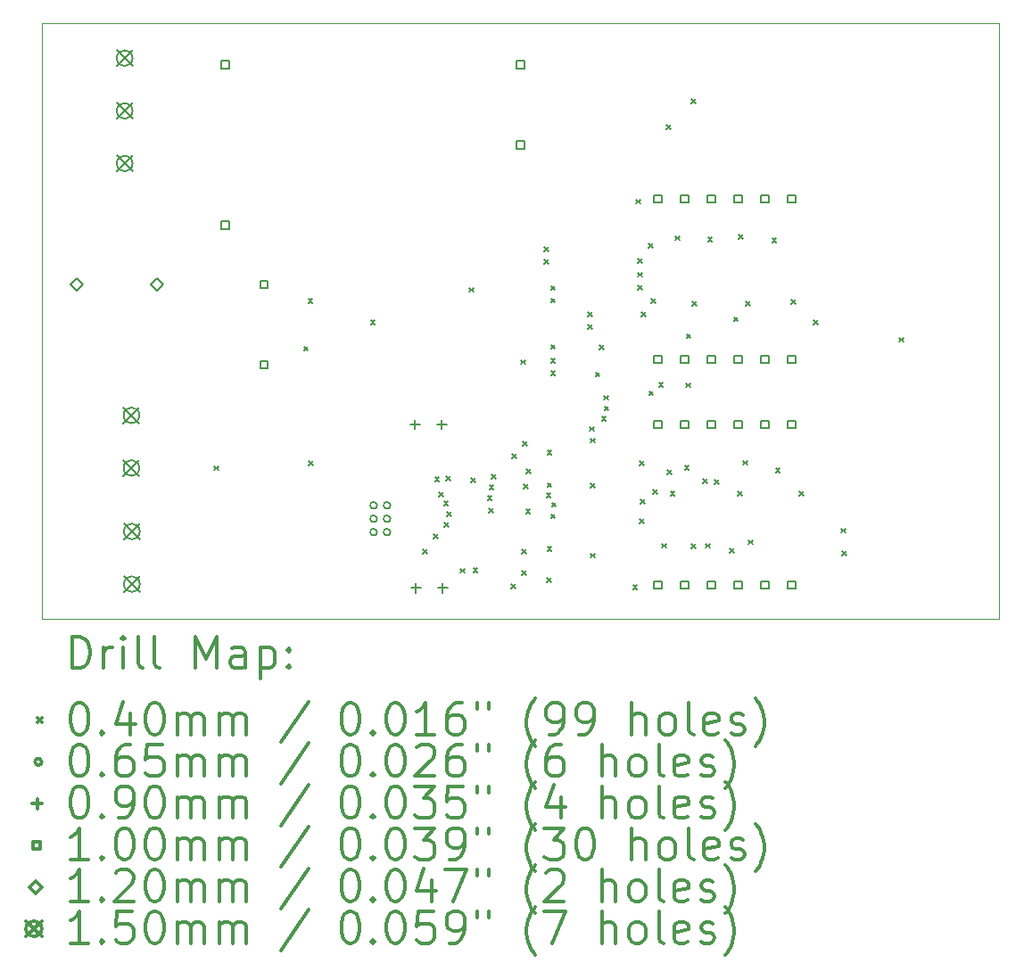
<source format=gbr>
%FSLAX45Y45*%
G04 Gerber Fmt 4.5, Leading zero omitted, Abs format (unit mm)*
G04 Created by KiCad (PCBNEW (5.1.5)-3) date 2023-05-28 15:04:28*
%MOMM*%
%LPD*%
G04 APERTURE LIST*
%TA.AperFunction,Profile*%
%ADD10C,0.100000*%
%TD*%
%ADD11C,0.200000*%
%ADD12C,0.300000*%
G04 APERTURE END LIST*
D10*
X12509500Y8572500D02*
X12509500Y2921000D01*
X3429000Y8572500D02*
X12509500Y8572500D01*
X3429000Y2921000D02*
X3429000Y8572500D01*
X12509500Y2921000D02*
X3429000Y2921000D01*
D11*
X5061270Y4369750D02*
X5101270Y4329750D01*
X5101270Y4369750D02*
X5061270Y4329750D01*
X5911000Y5504000D02*
X5951000Y5464000D01*
X5951000Y5504000D02*
X5911000Y5464000D01*
X5954000Y5955000D02*
X5994000Y5915000D01*
X5994000Y5955000D02*
X5954000Y5915000D01*
X5958000Y4418000D02*
X5998000Y4378000D01*
X5998000Y4418000D02*
X5958000Y4378000D01*
X6547000Y5753000D02*
X6587000Y5713000D01*
X6587000Y5753000D02*
X6547000Y5713000D01*
X7044000Y3580500D02*
X7084000Y3540500D01*
X7084000Y3580500D02*
X7044000Y3540500D01*
X7141373Y3718990D02*
X7181373Y3678990D01*
X7181373Y3718990D02*
X7141373Y3678990D01*
X7156001Y4266256D02*
X7196001Y4226256D01*
X7196001Y4266256D02*
X7156001Y4226256D01*
X7195231Y4121390D02*
X7235231Y4081390D01*
X7235231Y4121390D02*
X7195231Y4081390D01*
X7242000Y4033000D02*
X7282000Y3993000D01*
X7282000Y4033000D02*
X7242000Y3993000D01*
X7247000Y3830000D02*
X7287000Y3790000D01*
X7287000Y3830000D02*
X7247000Y3790000D01*
X7260513Y4273981D02*
X7300513Y4233981D01*
X7300513Y4273981D02*
X7260513Y4233981D01*
X7270000Y3936000D02*
X7310000Y3896000D01*
X7310000Y3936000D02*
X7270000Y3896000D01*
X7394456Y3394956D02*
X7434456Y3354956D01*
X7434456Y3394956D02*
X7394456Y3354956D01*
X7482000Y6062000D02*
X7522000Y6022000D01*
X7522000Y6062000D02*
X7482000Y6022000D01*
X7498956Y4253044D02*
X7538956Y4213044D01*
X7538956Y4253044D02*
X7498956Y4213044D01*
X7520000Y3397000D02*
X7560000Y3357000D01*
X7560000Y3397000D02*
X7520000Y3357000D01*
X7654725Y4087370D02*
X7694725Y4047370D01*
X7694725Y4087370D02*
X7654725Y4047370D01*
X7666000Y3968000D02*
X7706000Y3928000D01*
X7706000Y3968000D02*
X7666000Y3928000D01*
X7673638Y4185567D02*
X7713638Y4145567D01*
X7713638Y4185567D02*
X7673638Y4145567D01*
X7694000Y4288989D02*
X7734000Y4248989D01*
X7734000Y4288989D02*
X7694000Y4248989D01*
X7883000Y3249499D02*
X7923000Y3209499D01*
X7923000Y3249499D02*
X7883000Y3209499D01*
X7887000Y4484500D02*
X7927000Y4444500D01*
X7927000Y4484500D02*
X7887000Y4444500D01*
X7973610Y5376000D02*
X8013610Y5336000D01*
X8013610Y5376000D02*
X7973610Y5336000D01*
X7980000Y3575000D02*
X8020000Y3535000D01*
X8020000Y3575000D02*
X7980000Y3535000D01*
X7981498Y3371459D02*
X8021498Y3331459D01*
X8021498Y3371459D02*
X7981498Y3331459D01*
X7992430Y4604700D02*
X8032430Y4564700D01*
X8032430Y4604700D02*
X7992430Y4564700D01*
X8000302Y4194498D02*
X8040302Y4154498D01*
X8040302Y4194498D02*
X8000302Y4154498D01*
X8019000Y3960000D02*
X8059000Y3920000D01*
X8059000Y3960000D02*
X8019000Y3920000D01*
X8027000Y4339499D02*
X8067000Y4299499D01*
X8067000Y4339499D02*
X8027000Y4299499D01*
X8194000Y6328000D02*
X8234000Y6288000D01*
X8234000Y6328000D02*
X8194000Y6288000D01*
X8195000Y6446000D02*
X8235000Y6406000D01*
X8235000Y6446000D02*
X8195000Y6406000D01*
X8214145Y4109376D02*
X8254145Y4069376D01*
X8254145Y4109376D02*
X8214145Y4069376D01*
X8218490Y3309300D02*
X8258490Y3269300D01*
X8258490Y3309300D02*
X8218490Y3269300D01*
X8222000Y4209068D02*
X8262000Y4169068D01*
X8262000Y4209068D02*
X8222000Y4169068D01*
X8222301Y4514531D02*
X8262301Y4474531D01*
X8262301Y4514531D02*
X8222301Y4474531D01*
X8224000Y3599987D02*
X8264000Y3559987D01*
X8264000Y3599987D02*
X8224000Y3559987D01*
X8256500Y6080000D02*
X8296500Y6040000D01*
X8296500Y6080000D02*
X8256500Y6040000D01*
X8256500Y5961000D02*
X8296500Y5921000D01*
X8296500Y5961000D02*
X8256500Y5921000D01*
X8256500Y5520000D02*
X8296500Y5480000D01*
X8296500Y5520000D02*
X8256500Y5480000D01*
X8256500Y5389000D02*
X8296500Y5349000D01*
X8296500Y5389000D02*
X8256500Y5349000D01*
X8256500Y5273000D02*
X8296500Y5233000D01*
X8296500Y5273000D02*
X8256500Y5233000D01*
X8258000Y3913000D02*
X8298000Y3873000D01*
X8298000Y3913000D02*
X8258000Y3873000D01*
X8264376Y4022905D02*
X8304376Y3982905D01*
X8304376Y4022905D02*
X8264376Y3982905D01*
X8605984Y5712515D02*
X8645984Y5672515D01*
X8645984Y5712515D02*
X8605984Y5672515D01*
X8607499Y5829000D02*
X8647499Y5789000D01*
X8647499Y5829000D02*
X8607499Y5789000D01*
X8624890Y4741860D02*
X8664890Y4701860D01*
X8664890Y4741860D02*
X8624890Y4701860D01*
X8631000Y4207000D02*
X8671000Y4167000D01*
X8671000Y4207000D02*
X8631000Y4167000D01*
X8633000Y3540000D02*
X8673000Y3500000D01*
X8673000Y3540000D02*
X8633000Y3500000D01*
X8633434Y4632444D02*
X8673434Y4592444D01*
X8673434Y4632444D02*
X8633434Y4592444D01*
X8680770Y5257641D02*
X8720770Y5217641D01*
X8720770Y5257641D02*
X8680770Y5217641D01*
X8716000Y5519000D02*
X8756000Y5479000D01*
X8756000Y5519000D02*
X8716000Y5479000D01*
X8738532Y4841031D02*
X8778532Y4801031D01*
X8778532Y4841031D02*
X8738532Y4801031D01*
X8758240Y5039040D02*
X8798240Y4999040D01*
X8798240Y5039040D02*
X8758240Y4999040D01*
X8764930Y4937485D02*
X8804930Y4897485D01*
X8804930Y4937485D02*
X8764930Y4897485D01*
X9036370Y3236910D02*
X9076370Y3196910D01*
X9076370Y3236910D02*
X9036370Y3196910D01*
X9064000Y6900000D02*
X9104000Y6860000D01*
X9104000Y6900000D02*
X9064000Y6860000D01*
X9081000Y6335000D02*
X9121000Y6295000D01*
X9121000Y6335000D02*
X9081000Y6295000D01*
X9084000Y6207000D02*
X9124000Y6167000D01*
X9124000Y6207000D02*
X9084000Y6167000D01*
X9084000Y6082000D02*
X9124000Y6042000D01*
X9124000Y6082000D02*
X9084000Y6042000D01*
X9097330Y3863154D02*
X9137330Y3823154D01*
X9137330Y3863154D02*
X9097330Y3823154D01*
X9099163Y4415724D02*
X9139163Y4375724D01*
X9139163Y4415724D02*
X9099163Y4375724D01*
X9109944Y4053156D02*
X9149944Y4013156D01*
X9149944Y4053156D02*
X9109944Y4013156D01*
X9116388Y5831612D02*
X9156388Y5791612D01*
X9156388Y5831612D02*
X9116388Y5791612D01*
X9186000Y6480000D02*
X9226000Y6440000D01*
X9226000Y6480000D02*
X9186000Y6440000D01*
X9188775Y5079675D02*
X9228775Y5039675D01*
X9228775Y5079675D02*
X9188775Y5039675D01*
X9207000Y5957000D02*
X9247000Y5917000D01*
X9247000Y5957000D02*
X9207000Y5917000D01*
X9228084Y4144849D02*
X9268084Y4104849D01*
X9268084Y4144849D02*
X9228084Y4104849D01*
X9282235Y5161765D02*
X9322235Y5121765D01*
X9322235Y5161765D02*
X9282235Y5121765D01*
X9314000Y3632000D02*
X9354000Y3592000D01*
X9354000Y3632000D02*
X9314000Y3592000D01*
X9352000Y7607000D02*
X9392000Y7567000D01*
X9392000Y7607000D02*
X9352000Y7567000D01*
X9364030Y4329110D02*
X9404030Y4289110D01*
X9404030Y4329110D02*
X9364030Y4289110D01*
X9390353Y4130879D02*
X9430353Y4090879D01*
X9430353Y4130879D02*
X9390353Y4090879D01*
X9439000Y6552500D02*
X9479000Y6512500D01*
X9479000Y6552500D02*
X9439000Y6512500D01*
X9527860Y4376100D02*
X9567860Y4336100D01*
X9567860Y4376100D02*
X9527860Y4336100D01*
X9540000Y5157000D02*
X9580000Y5117000D01*
X9580000Y5157000D02*
X9540000Y5117000D01*
X9543396Y5622604D02*
X9583396Y5582604D01*
X9583396Y5622604D02*
X9543396Y5582604D01*
X9589000Y7851500D02*
X9629000Y7811500D01*
X9629000Y7851500D02*
X9589000Y7811500D01*
X9590090Y3630000D02*
X9630090Y3590000D01*
X9630090Y3630000D02*
X9590090Y3590000D01*
X9596690Y5928690D02*
X9636690Y5888690D01*
X9636690Y5928690D02*
X9596690Y5888690D01*
X9699310Y4246560D02*
X9739310Y4206560D01*
X9739310Y4246560D02*
X9699310Y4206560D01*
X9723000Y3632000D02*
X9763000Y3592000D01*
X9763000Y3632000D02*
X9723000Y3592000D01*
X9747000Y6538000D02*
X9787000Y6498000D01*
X9787000Y6538000D02*
X9747000Y6498000D01*
X9813360Y4239810D02*
X9853360Y4199810D01*
X9853360Y4239810D02*
X9813360Y4199810D01*
X9954000Y3587500D02*
X9994000Y3547500D01*
X9994000Y3587500D02*
X9954000Y3547500D01*
X9993686Y5783500D02*
X10033686Y5743500D01*
X10033686Y5783500D02*
X9993686Y5743500D01*
X10033320Y4127180D02*
X10073320Y4087180D01*
X10073320Y4127180D02*
X10033320Y4087180D01*
X10041000Y6566000D02*
X10081000Y6526000D01*
X10081000Y6566000D02*
X10041000Y6526000D01*
X10084120Y4420550D02*
X10124120Y4380550D01*
X10124120Y4420550D02*
X10084120Y4380550D01*
X10104000Y5928500D02*
X10144000Y5888500D01*
X10144000Y5928500D02*
X10104000Y5888500D01*
X10131766Y3666766D02*
X10171766Y3626766D01*
X10171766Y3666766D02*
X10131766Y3626766D01*
X10357000Y6530000D02*
X10397000Y6490000D01*
X10397000Y6530000D02*
X10357000Y6490000D01*
X10390190Y4350700D02*
X10430190Y4310700D01*
X10430190Y4350700D02*
X10390190Y4310700D01*
X10537000Y5946000D02*
X10577000Y5906000D01*
X10577000Y5946000D02*
X10537000Y5906000D01*
X10617520Y4129720D02*
X10657520Y4089720D01*
X10657520Y4129720D02*
X10617520Y4089720D01*
X10749000Y5755000D02*
X10789000Y5715000D01*
X10789000Y5755000D02*
X10749000Y5715000D01*
X11015000Y3777000D02*
X11055000Y3737000D01*
X11055000Y3777000D02*
X11015000Y3737000D01*
X11022910Y3561090D02*
X11062910Y3521090D01*
X11062910Y3561090D02*
X11022910Y3521090D01*
X11563000Y5589000D02*
X11603000Y5549000D01*
X11603000Y5589000D02*
X11563000Y5549000D01*
X6606020Y3995420D02*
G75*
G03X6606020Y3995420I-32500J0D01*
G01*
X6606020Y3868420D02*
G75*
G03X6606020Y3868420I-32500J0D01*
G01*
X6606020Y3741420D02*
G75*
G03X6606020Y3741420I-32500J0D01*
G01*
X6733020Y3995420D02*
G75*
G03X6733020Y3995420I-32500J0D01*
G01*
X6733020Y3868420D02*
G75*
G03X6733020Y3868420I-32500J0D01*
G01*
X6733020Y3741420D02*
G75*
G03X6733020Y3741420I-32500J0D01*
G01*
X6967220Y4807500D02*
X6967220Y4717500D01*
X6922220Y4762500D02*
X7012220Y4762500D01*
X7221220Y4807500D02*
X7221220Y4717500D01*
X7176220Y4762500D02*
X7266220Y4762500D01*
X6976110Y3256830D02*
X6976110Y3166830D01*
X6931110Y3211830D02*
X7021110Y3211830D01*
X7230110Y3256830D02*
X7230110Y3166830D01*
X7185110Y3211830D02*
X7275110Y3211830D01*
X9306356Y6872174D02*
X9306356Y6942886D01*
X9235644Y6942886D01*
X9235644Y6872174D01*
X9306356Y6872174D01*
X9306356Y5348174D02*
X9306356Y5418886D01*
X9235644Y5418886D01*
X9235644Y5348174D01*
X9306356Y5348174D01*
X9560356Y6872174D02*
X9560356Y6942886D01*
X9489644Y6942886D01*
X9489644Y6872174D01*
X9560356Y6872174D01*
X9560356Y5348174D02*
X9560356Y5418886D01*
X9489644Y5418886D01*
X9489644Y5348174D01*
X9560356Y5348174D01*
X9814356Y6872174D02*
X9814356Y6942886D01*
X9743644Y6942886D01*
X9743644Y6872174D01*
X9814356Y6872174D01*
X9814356Y5348174D02*
X9814356Y5418886D01*
X9743644Y5418886D01*
X9743644Y5348174D01*
X9814356Y5348174D01*
X10068356Y6872174D02*
X10068356Y6942886D01*
X9997644Y6942886D01*
X9997644Y6872174D01*
X10068356Y6872174D01*
X10068356Y5348174D02*
X10068356Y5418886D01*
X9997644Y5418886D01*
X9997644Y5348174D01*
X10068356Y5348174D01*
X10322356Y6872174D02*
X10322356Y6942886D01*
X10251644Y6942886D01*
X10251644Y6872174D01*
X10322356Y6872174D01*
X10322356Y5348174D02*
X10322356Y5418886D01*
X10251644Y5418886D01*
X10251644Y5348174D01*
X10322356Y5348174D01*
X10576356Y6872174D02*
X10576356Y6942886D01*
X10505644Y6942886D01*
X10505644Y6872174D01*
X10576356Y6872174D01*
X10576356Y5348174D02*
X10576356Y5418886D01*
X10505644Y5418886D01*
X10505644Y5348174D01*
X10576356Y5348174D01*
X9306356Y4728414D02*
X9306356Y4799126D01*
X9235644Y4799126D01*
X9235644Y4728414D01*
X9306356Y4728414D01*
X9306356Y3204414D02*
X9306356Y3275126D01*
X9235644Y3275126D01*
X9235644Y3204414D01*
X9306356Y3204414D01*
X9560356Y4728414D02*
X9560356Y4799126D01*
X9489644Y4799126D01*
X9489644Y4728414D01*
X9560356Y4728414D01*
X9560356Y3204414D02*
X9560356Y3275126D01*
X9489644Y3275126D01*
X9489644Y3204414D01*
X9560356Y3204414D01*
X9814356Y4728414D02*
X9814356Y4799126D01*
X9743644Y4799126D01*
X9743644Y4728414D01*
X9814356Y4728414D01*
X9814356Y3204414D02*
X9814356Y3275126D01*
X9743644Y3275126D01*
X9743644Y3204414D01*
X9814356Y3204414D01*
X10068356Y4728414D02*
X10068356Y4799126D01*
X9997644Y4799126D01*
X9997644Y4728414D01*
X10068356Y4728414D01*
X10068356Y3204414D02*
X10068356Y3275126D01*
X9997644Y3275126D01*
X9997644Y3204414D01*
X10068356Y3204414D01*
X10322356Y4728414D02*
X10322356Y4799126D01*
X10251644Y4799126D01*
X10251644Y4728414D01*
X10322356Y4728414D01*
X10322356Y3204414D02*
X10322356Y3275126D01*
X10251644Y3275126D01*
X10251644Y3204414D01*
X10322356Y3204414D01*
X10576356Y4728414D02*
X10576356Y4799126D01*
X10505644Y4799126D01*
X10505644Y4728414D01*
X10576356Y4728414D01*
X10576356Y3204414D02*
X10576356Y3275126D01*
X10505644Y3275126D01*
X10505644Y3204414D01*
X10576356Y3204414D01*
X5201716Y8144714D02*
X5201716Y8215426D01*
X5131004Y8215426D01*
X5131004Y8144714D01*
X5201716Y8144714D01*
X5201716Y6620714D02*
X5201716Y6691426D01*
X5131004Y6691426D01*
X5131004Y6620714D01*
X5201716Y6620714D01*
X8001716Y8144714D02*
X8001716Y8215426D01*
X7931004Y8215426D01*
X7931004Y8144714D01*
X8001716Y8144714D01*
X8001716Y7382714D02*
X8001716Y7453426D01*
X7931004Y7453426D01*
X7931004Y7382714D01*
X8001716Y7382714D01*
X5567476Y6060644D02*
X5567476Y6131356D01*
X5496764Y6131356D01*
X5496764Y6060644D01*
X5567476Y6060644D01*
X5567476Y5298644D02*
X5567476Y5369356D01*
X5496764Y5369356D01*
X5496764Y5298644D01*
X5567476Y5298644D01*
X3754120Y6036000D02*
X3814120Y6096000D01*
X3754120Y6156000D01*
X3694120Y6096000D01*
X3754120Y6036000D01*
X4516120Y6036000D02*
X4576120Y6096000D01*
X4516120Y6156000D01*
X4456120Y6096000D01*
X4516120Y6036000D01*
X4203630Y3822770D02*
X4353630Y3672770D01*
X4353630Y3822770D02*
X4203630Y3672770D01*
X4353630Y3747770D02*
G75*
G03X4353630Y3747770I-75000J0D01*
G01*
X4203630Y3322770D02*
X4353630Y3172770D01*
X4353630Y3322770D02*
X4203630Y3172770D01*
X4353630Y3247770D02*
G75*
G03X4353630Y3247770I-75000J0D01*
G01*
X4136000Y8317000D02*
X4286000Y8167000D01*
X4286000Y8317000D02*
X4136000Y8167000D01*
X4286000Y8242000D02*
G75*
G03X4286000Y8242000I-75000J0D01*
G01*
X4136000Y7817000D02*
X4286000Y7667000D01*
X4286000Y7817000D02*
X4136000Y7667000D01*
X4286000Y7742000D02*
G75*
G03X4286000Y7742000I-75000J0D01*
G01*
X4136000Y7317000D02*
X4286000Y7167000D01*
X4286000Y7317000D02*
X4136000Y7167000D01*
X4286000Y7242000D02*
G75*
G03X4286000Y7242000I-75000J0D01*
G01*
X4199820Y4925130D02*
X4349820Y4775130D01*
X4349820Y4925130D02*
X4199820Y4775130D01*
X4349820Y4850130D02*
G75*
G03X4349820Y4850130I-75000J0D01*
G01*
X4199820Y4425130D02*
X4349820Y4275130D01*
X4349820Y4425130D02*
X4199820Y4275130D01*
X4349820Y4350130D02*
G75*
G03X4349820Y4350130I-75000J0D01*
G01*
D12*
X3710428Y2450286D02*
X3710428Y2750286D01*
X3781857Y2750286D01*
X3824714Y2736000D01*
X3853286Y2707428D01*
X3867571Y2678857D01*
X3881857Y2621714D01*
X3881857Y2578857D01*
X3867571Y2521714D01*
X3853286Y2493143D01*
X3824714Y2464571D01*
X3781857Y2450286D01*
X3710428Y2450286D01*
X4010428Y2450286D02*
X4010428Y2650286D01*
X4010428Y2593143D02*
X4024714Y2621714D01*
X4039000Y2636000D01*
X4067571Y2650286D01*
X4096143Y2650286D01*
X4196143Y2450286D02*
X4196143Y2650286D01*
X4196143Y2750286D02*
X4181857Y2736000D01*
X4196143Y2721714D01*
X4210428Y2736000D01*
X4196143Y2750286D01*
X4196143Y2721714D01*
X4381857Y2450286D02*
X4353286Y2464571D01*
X4339000Y2493143D01*
X4339000Y2750286D01*
X4539000Y2450286D02*
X4510428Y2464571D01*
X4496143Y2493143D01*
X4496143Y2750286D01*
X4881857Y2450286D02*
X4881857Y2750286D01*
X4981857Y2536000D01*
X5081857Y2750286D01*
X5081857Y2450286D01*
X5353286Y2450286D02*
X5353286Y2607428D01*
X5339000Y2636000D01*
X5310428Y2650286D01*
X5253286Y2650286D01*
X5224714Y2636000D01*
X5353286Y2464571D02*
X5324714Y2450286D01*
X5253286Y2450286D01*
X5224714Y2464571D01*
X5210428Y2493143D01*
X5210428Y2521714D01*
X5224714Y2550286D01*
X5253286Y2564571D01*
X5324714Y2564571D01*
X5353286Y2578857D01*
X5496143Y2650286D02*
X5496143Y2350286D01*
X5496143Y2636000D02*
X5524714Y2650286D01*
X5581857Y2650286D01*
X5610428Y2636000D01*
X5624714Y2621714D01*
X5639000Y2593143D01*
X5639000Y2507428D01*
X5624714Y2478857D01*
X5610428Y2464571D01*
X5581857Y2450286D01*
X5524714Y2450286D01*
X5496143Y2464571D01*
X5767571Y2478857D02*
X5781857Y2464571D01*
X5767571Y2450286D01*
X5753286Y2464571D01*
X5767571Y2478857D01*
X5767571Y2450286D01*
X5767571Y2636000D02*
X5781857Y2621714D01*
X5767571Y2607428D01*
X5753286Y2621714D01*
X5767571Y2636000D01*
X5767571Y2607428D01*
X3384000Y1976000D02*
X3424000Y1936000D01*
X3424000Y1976000D02*
X3384000Y1936000D01*
X3767571Y2120286D02*
X3796143Y2120286D01*
X3824714Y2106000D01*
X3839000Y2091714D01*
X3853286Y2063143D01*
X3867571Y2006000D01*
X3867571Y1934571D01*
X3853286Y1877428D01*
X3839000Y1848857D01*
X3824714Y1834571D01*
X3796143Y1820286D01*
X3767571Y1820286D01*
X3739000Y1834571D01*
X3724714Y1848857D01*
X3710428Y1877428D01*
X3696143Y1934571D01*
X3696143Y2006000D01*
X3710428Y2063143D01*
X3724714Y2091714D01*
X3739000Y2106000D01*
X3767571Y2120286D01*
X3996143Y1848857D02*
X4010428Y1834571D01*
X3996143Y1820286D01*
X3981857Y1834571D01*
X3996143Y1848857D01*
X3996143Y1820286D01*
X4267571Y2020286D02*
X4267571Y1820286D01*
X4196143Y2134571D02*
X4124714Y1920286D01*
X4310428Y1920286D01*
X4481857Y2120286D02*
X4510428Y2120286D01*
X4539000Y2106000D01*
X4553286Y2091714D01*
X4567571Y2063143D01*
X4581857Y2006000D01*
X4581857Y1934571D01*
X4567571Y1877428D01*
X4553286Y1848857D01*
X4539000Y1834571D01*
X4510428Y1820286D01*
X4481857Y1820286D01*
X4453286Y1834571D01*
X4439000Y1848857D01*
X4424714Y1877428D01*
X4410428Y1934571D01*
X4410428Y2006000D01*
X4424714Y2063143D01*
X4439000Y2091714D01*
X4453286Y2106000D01*
X4481857Y2120286D01*
X4710428Y1820286D02*
X4710428Y2020286D01*
X4710428Y1991714D02*
X4724714Y2006000D01*
X4753286Y2020286D01*
X4796143Y2020286D01*
X4824714Y2006000D01*
X4839000Y1977428D01*
X4839000Y1820286D01*
X4839000Y1977428D02*
X4853286Y2006000D01*
X4881857Y2020286D01*
X4924714Y2020286D01*
X4953286Y2006000D01*
X4967571Y1977428D01*
X4967571Y1820286D01*
X5110428Y1820286D02*
X5110428Y2020286D01*
X5110428Y1991714D02*
X5124714Y2006000D01*
X5153286Y2020286D01*
X5196143Y2020286D01*
X5224714Y2006000D01*
X5239000Y1977428D01*
X5239000Y1820286D01*
X5239000Y1977428D02*
X5253286Y2006000D01*
X5281857Y2020286D01*
X5324714Y2020286D01*
X5353286Y2006000D01*
X5367571Y1977428D01*
X5367571Y1820286D01*
X5953286Y2134571D02*
X5696143Y1748857D01*
X6339000Y2120286D02*
X6367571Y2120286D01*
X6396143Y2106000D01*
X6410428Y2091714D01*
X6424714Y2063143D01*
X6439000Y2006000D01*
X6439000Y1934571D01*
X6424714Y1877428D01*
X6410428Y1848857D01*
X6396143Y1834571D01*
X6367571Y1820286D01*
X6339000Y1820286D01*
X6310428Y1834571D01*
X6296143Y1848857D01*
X6281857Y1877428D01*
X6267571Y1934571D01*
X6267571Y2006000D01*
X6281857Y2063143D01*
X6296143Y2091714D01*
X6310428Y2106000D01*
X6339000Y2120286D01*
X6567571Y1848857D02*
X6581857Y1834571D01*
X6567571Y1820286D01*
X6553286Y1834571D01*
X6567571Y1848857D01*
X6567571Y1820286D01*
X6767571Y2120286D02*
X6796143Y2120286D01*
X6824714Y2106000D01*
X6839000Y2091714D01*
X6853286Y2063143D01*
X6867571Y2006000D01*
X6867571Y1934571D01*
X6853286Y1877428D01*
X6839000Y1848857D01*
X6824714Y1834571D01*
X6796143Y1820286D01*
X6767571Y1820286D01*
X6739000Y1834571D01*
X6724714Y1848857D01*
X6710428Y1877428D01*
X6696143Y1934571D01*
X6696143Y2006000D01*
X6710428Y2063143D01*
X6724714Y2091714D01*
X6739000Y2106000D01*
X6767571Y2120286D01*
X7153286Y1820286D02*
X6981857Y1820286D01*
X7067571Y1820286D02*
X7067571Y2120286D01*
X7039000Y2077428D01*
X7010428Y2048857D01*
X6981857Y2034571D01*
X7410428Y2120286D02*
X7353286Y2120286D01*
X7324714Y2106000D01*
X7310428Y2091714D01*
X7281857Y2048857D01*
X7267571Y1991714D01*
X7267571Y1877428D01*
X7281857Y1848857D01*
X7296143Y1834571D01*
X7324714Y1820286D01*
X7381857Y1820286D01*
X7410428Y1834571D01*
X7424714Y1848857D01*
X7439000Y1877428D01*
X7439000Y1948857D01*
X7424714Y1977428D01*
X7410428Y1991714D01*
X7381857Y2006000D01*
X7324714Y2006000D01*
X7296143Y1991714D01*
X7281857Y1977428D01*
X7267571Y1948857D01*
X7553286Y2120286D02*
X7553286Y2063143D01*
X7667571Y2120286D02*
X7667571Y2063143D01*
X8110428Y1706000D02*
X8096143Y1720286D01*
X8067571Y1763143D01*
X8053286Y1791714D01*
X8039000Y1834571D01*
X8024714Y1906000D01*
X8024714Y1963143D01*
X8039000Y2034571D01*
X8053286Y2077428D01*
X8067571Y2106000D01*
X8096143Y2148857D01*
X8110428Y2163143D01*
X8239000Y1820286D02*
X8296143Y1820286D01*
X8324714Y1834571D01*
X8339000Y1848857D01*
X8367571Y1891714D01*
X8381857Y1948857D01*
X8381857Y2063143D01*
X8367571Y2091714D01*
X8353286Y2106000D01*
X8324714Y2120286D01*
X8267571Y2120286D01*
X8239000Y2106000D01*
X8224714Y2091714D01*
X8210428Y2063143D01*
X8210428Y1991714D01*
X8224714Y1963143D01*
X8239000Y1948857D01*
X8267571Y1934571D01*
X8324714Y1934571D01*
X8353286Y1948857D01*
X8367571Y1963143D01*
X8381857Y1991714D01*
X8524714Y1820286D02*
X8581857Y1820286D01*
X8610428Y1834571D01*
X8624714Y1848857D01*
X8653286Y1891714D01*
X8667571Y1948857D01*
X8667571Y2063143D01*
X8653286Y2091714D01*
X8639000Y2106000D01*
X8610428Y2120286D01*
X8553286Y2120286D01*
X8524714Y2106000D01*
X8510428Y2091714D01*
X8496143Y2063143D01*
X8496143Y1991714D01*
X8510428Y1963143D01*
X8524714Y1948857D01*
X8553286Y1934571D01*
X8610428Y1934571D01*
X8639000Y1948857D01*
X8653286Y1963143D01*
X8667571Y1991714D01*
X9024714Y1820286D02*
X9024714Y2120286D01*
X9153286Y1820286D02*
X9153286Y1977428D01*
X9139000Y2006000D01*
X9110428Y2020286D01*
X9067571Y2020286D01*
X9039000Y2006000D01*
X9024714Y1991714D01*
X9339000Y1820286D02*
X9310428Y1834571D01*
X9296143Y1848857D01*
X9281857Y1877428D01*
X9281857Y1963143D01*
X9296143Y1991714D01*
X9310428Y2006000D01*
X9339000Y2020286D01*
X9381857Y2020286D01*
X9410428Y2006000D01*
X9424714Y1991714D01*
X9439000Y1963143D01*
X9439000Y1877428D01*
X9424714Y1848857D01*
X9410428Y1834571D01*
X9381857Y1820286D01*
X9339000Y1820286D01*
X9610428Y1820286D02*
X9581857Y1834571D01*
X9567571Y1863143D01*
X9567571Y2120286D01*
X9839000Y1834571D02*
X9810428Y1820286D01*
X9753286Y1820286D01*
X9724714Y1834571D01*
X9710428Y1863143D01*
X9710428Y1977428D01*
X9724714Y2006000D01*
X9753286Y2020286D01*
X9810428Y2020286D01*
X9839000Y2006000D01*
X9853286Y1977428D01*
X9853286Y1948857D01*
X9710428Y1920286D01*
X9967571Y1834571D02*
X9996143Y1820286D01*
X10053286Y1820286D01*
X10081857Y1834571D01*
X10096143Y1863143D01*
X10096143Y1877428D01*
X10081857Y1906000D01*
X10053286Y1920286D01*
X10010428Y1920286D01*
X9981857Y1934571D01*
X9967571Y1963143D01*
X9967571Y1977428D01*
X9981857Y2006000D01*
X10010428Y2020286D01*
X10053286Y2020286D01*
X10081857Y2006000D01*
X10196143Y1706000D02*
X10210428Y1720286D01*
X10239000Y1763143D01*
X10253286Y1791714D01*
X10267571Y1834571D01*
X10281857Y1906000D01*
X10281857Y1963143D01*
X10267571Y2034571D01*
X10253286Y2077428D01*
X10239000Y2106000D01*
X10210428Y2148857D01*
X10196143Y2163143D01*
X3424000Y1560000D02*
G75*
G03X3424000Y1560000I-32500J0D01*
G01*
X3767571Y1724286D02*
X3796143Y1724286D01*
X3824714Y1710000D01*
X3839000Y1695714D01*
X3853286Y1667143D01*
X3867571Y1610000D01*
X3867571Y1538571D01*
X3853286Y1481428D01*
X3839000Y1452857D01*
X3824714Y1438571D01*
X3796143Y1424286D01*
X3767571Y1424286D01*
X3739000Y1438571D01*
X3724714Y1452857D01*
X3710428Y1481428D01*
X3696143Y1538571D01*
X3696143Y1610000D01*
X3710428Y1667143D01*
X3724714Y1695714D01*
X3739000Y1710000D01*
X3767571Y1724286D01*
X3996143Y1452857D02*
X4010428Y1438571D01*
X3996143Y1424286D01*
X3981857Y1438571D01*
X3996143Y1452857D01*
X3996143Y1424286D01*
X4267571Y1724286D02*
X4210428Y1724286D01*
X4181857Y1710000D01*
X4167571Y1695714D01*
X4139000Y1652857D01*
X4124714Y1595714D01*
X4124714Y1481428D01*
X4139000Y1452857D01*
X4153286Y1438571D01*
X4181857Y1424286D01*
X4239000Y1424286D01*
X4267571Y1438571D01*
X4281857Y1452857D01*
X4296143Y1481428D01*
X4296143Y1552857D01*
X4281857Y1581428D01*
X4267571Y1595714D01*
X4239000Y1610000D01*
X4181857Y1610000D01*
X4153286Y1595714D01*
X4139000Y1581428D01*
X4124714Y1552857D01*
X4567571Y1724286D02*
X4424714Y1724286D01*
X4410428Y1581428D01*
X4424714Y1595714D01*
X4453286Y1610000D01*
X4524714Y1610000D01*
X4553286Y1595714D01*
X4567571Y1581428D01*
X4581857Y1552857D01*
X4581857Y1481428D01*
X4567571Y1452857D01*
X4553286Y1438571D01*
X4524714Y1424286D01*
X4453286Y1424286D01*
X4424714Y1438571D01*
X4410428Y1452857D01*
X4710428Y1424286D02*
X4710428Y1624286D01*
X4710428Y1595714D02*
X4724714Y1610000D01*
X4753286Y1624286D01*
X4796143Y1624286D01*
X4824714Y1610000D01*
X4839000Y1581428D01*
X4839000Y1424286D01*
X4839000Y1581428D02*
X4853286Y1610000D01*
X4881857Y1624286D01*
X4924714Y1624286D01*
X4953286Y1610000D01*
X4967571Y1581428D01*
X4967571Y1424286D01*
X5110428Y1424286D02*
X5110428Y1624286D01*
X5110428Y1595714D02*
X5124714Y1610000D01*
X5153286Y1624286D01*
X5196143Y1624286D01*
X5224714Y1610000D01*
X5239000Y1581428D01*
X5239000Y1424286D01*
X5239000Y1581428D02*
X5253286Y1610000D01*
X5281857Y1624286D01*
X5324714Y1624286D01*
X5353286Y1610000D01*
X5367571Y1581428D01*
X5367571Y1424286D01*
X5953286Y1738571D02*
X5696143Y1352857D01*
X6339000Y1724286D02*
X6367571Y1724286D01*
X6396143Y1710000D01*
X6410428Y1695714D01*
X6424714Y1667143D01*
X6439000Y1610000D01*
X6439000Y1538571D01*
X6424714Y1481428D01*
X6410428Y1452857D01*
X6396143Y1438571D01*
X6367571Y1424286D01*
X6339000Y1424286D01*
X6310428Y1438571D01*
X6296143Y1452857D01*
X6281857Y1481428D01*
X6267571Y1538571D01*
X6267571Y1610000D01*
X6281857Y1667143D01*
X6296143Y1695714D01*
X6310428Y1710000D01*
X6339000Y1724286D01*
X6567571Y1452857D02*
X6581857Y1438571D01*
X6567571Y1424286D01*
X6553286Y1438571D01*
X6567571Y1452857D01*
X6567571Y1424286D01*
X6767571Y1724286D02*
X6796143Y1724286D01*
X6824714Y1710000D01*
X6839000Y1695714D01*
X6853286Y1667143D01*
X6867571Y1610000D01*
X6867571Y1538571D01*
X6853286Y1481428D01*
X6839000Y1452857D01*
X6824714Y1438571D01*
X6796143Y1424286D01*
X6767571Y1424286D01*
X6739000Y1438571D01*
X6724714Y1452857D01*
X6710428Y1481428D01*
X6696143Y1538571D01*
X6696143Y1610000D01*
X6710428Y1667143D01*
X6724714Y1695714D01*
X6739000Y1710000D01*
X6767571Y1724286D01*
X6981857Y1695714D02*
X6996143Y1710000D01*
X7024714Y1724286D01*
X7096143Y1724286D01*
X7124714Y1710000D01*
X7139000Y1695714D01*
X7153286Y1667143D01*
X7153286Y1638571D01*
X7139000Y1595714D01*
X6967571Y1424286D01*
X7153286Y1424286D01*
X7410428Y1724286D02*
X7353286Y1724286D01*
X7324714Y1710000D01*
X7310428Y1695714D01*
X7281857Y1652857D01*
X7267571Y1595714D01*
X7267571Y1481428D01*
X7281857Y1452857D01*
X7296143Y1438571D01*
X7324714Y1424286D01*
X7381857Y1424286D01*
X7410428Y1438571D01*
X7424714Y1452857D01*
X7439000Y1481428D01*
X7439000Y1552857D01*
X7424714Y1581428D01*
X7410428Y1595714D01*
X7381857Y1610000D01*
X7324714Y1610000D01*
X7296143Y1595714D01*
X7281857Y1581428D01*
X7267571Y1552857D01*
X7553286Y1724286D02*
X7553286Y1667143D01*
X7667571Y1724286D02*
X7667571Y1667143D01*
X8110428Y1310000D02*
X8096143Y1324286D01*
X8067571Y1367143D01*
X8053286Y1395714D01*
X8039000Y1438571D01*
X8024714Y1510000D01*
X8024714Y1567143D01*
X8039000Y1638571D01*
X8053286Y1681428D01*
X8067571Y1710000D01*
X8096143Y1752857D01*
X8110428Y1767143D01*
X8353286Y1724286D02*
X8296143Y1724286D01*
X8267571Y1710000D01*
X8253286Y1695714D01*
X8224714Y1652857D01*
X8210428Y1595714D01*
X8210428Y1481428D01*
X8224714Y1452857D01*
X8239000Y1438571D01*
X8267571Y1424286D01*
X8324714Y1424286D01*
X8353286Y1438571D01*
X8367571Y1452857D01*
X8381857Y1481428D01*
X8381857Y1552857D01*
X8367571Y1581428D01*
X8353286Y1595714D01*
X8324714Y1610000D01*
X8267571Y1610000D01*
X8239000Y1595714D01*
X8224714Y1581428D01*
X8210428Y1552857D01*
X8739000Y1424286D02*
X8739000Y1724286D01*
X8867571Y1424286D02*
X8867571Y1581428D01*
X8853286Y1610000D01*
X8824714Y1624286D01*
X8781857Y1624286D01*
X8753286Y1610000D01*
X8739000Y1595714D01*
X9053286Y1424286D02*
X9024714Y1438571D01*
X9010428Y1452857D01*
X8996143Y1481428D01*
X8996143Y1567143D01*
X9010428Y1595714D01*
X9024714Y1610000D01*
X9053286Y1624286D01*
X9096143Y1624286D01*
X9124714Y1610000D01*
X9139000Y1595714D01*
X9153286Y1567143D01*
X9153286Y1481428D01*
X9139000Y1452857D01*
X9124714Y1438571D01*
X9096143Y1424286D01*
X9053286Y1424286D01*
X9324714Y1424286D02*
X9296143Y1438571D01*
X9281857Y1467143D01*
X9281857Y1724286D01*
X9553286Y1438571D02*
X9524714Y1424286D01*
X9467571Y1424286D01*
X9439000Y1438571D01*
X9424714Y1467143D01*
X9424714Y1581428D01*
X9439000Y1610000D01*
X9467571Y1624286D01*
X9524714Y1624286D01*
X9553286Y1610000D01*
X9567571Y1581428D01*
X9567571Y1552857D01*
X9424714Y1524286D01*
X9681857Y1438571D02*
X9710428Y1424286D01*
X9767571Y1424286D01*
X9796143Y1438571D01*
X9810428Y1467143D01*
X9810428Y1481428D01*
X9796143Y1510000D01*
X9767571Y1524286D01*
X9724714Y1524286D01*
X9696143Y1538571D01*
X9681857Y1567143D01*
X9681857Y1581428D01*
X9696143Y1610000D01*
X9724714Y1624286D01*
X9767571Y1624286D01*
X9796143Y1610000D01*
X9910428Y1310000D02*
X9924714Y1324286D01*
X9953286Y1367143D01*
X9967571Y1395714D01*
X9981857Y1438571D01*
X9996143Y1510000D01*
X9996143Y1567143D01*
X9981857Y1638571D01*
X9967571Y1681428D01*
X9953286Y1710000D01*
X9924714Y1752857D01*
X9910428Y1767143D01*
X3379000Y1209000D02*
X3379000Y1119000D01*
X3334000Y1164000D02*
X3424000Y1164000D01*
X3767571Y1328286D02*
X3796143Y1328286D01*
X3824714Y1314000D01*
X3839000Y1299714D01*
X3853286Y1271143D01*
X3867571Y1214000D01*
X3867571Y1142571D01*
X3853286Y1085428D01*
X3839000Y1056857D01*
X3824714Y1042571D01*
X3796143Y1028286D01*
X3767571Y1028286D01*
X3739000Y1042571D01*
X3724714Y1056857D01*
X3710428Y1085428D01*
X3696143Y1142571D01*
X3696143Y1214000D01*
X3710428Y1271143D01*
X3724714Y1299714D01*
X3739000Y1314000D01*
X3767571Y1328286D01*
X3996143Y1056857D02*
X4010428Y1042571D01*
X3996143Y1028286D01*
X3981857Y1042571D01*
X3996143Y1056857D01*
X3996143Y1028286D01*
X4153286Y1028286D02*
X4210428Y1028286D01*
X4239000Y1042571D01*
X4253286Y1056857D01*
X4281857Y1099714D01*
X4296143Y1156857D01*
X4296143Y1271143D01*
X4281857Y1299714D01*
X4267571Y1314000D01*
X4239000Y1328286D01*
X4181857Y1328286D01*
X4153286Y1314000D01*
X4139000Y1299714D01*
X4124714Y1271143D01*
X4124714Y1199714D01*
X4139000Y1171143D01*
X4153286Y1156857D01*
X4181857Y1142571D01*
X4239000Y1142571D01*
X4267571Y1156857D01*
X4281857Y1171143D01*
X4296143Y1199714D01*
X4481857Y1328286D02*
X4510428Y1328286D01*
X4539000Y1314000D01*
X4553286Y1299714D01*
X4567571Y1271143D01*
X4581857Y1214000D01*
X4581857Y1142571D01*
X4567571Y1085428D01*
X4553286Y1056857D01*
X4539000Y1042571D01*
X4510428Y1028286D01*
X4481857Y1028286D01*
X4453286Y1042571D01*
X4439000Y1056857D01*
X4424714Y1085428D01*
X4410428Y1142571D01*
X4410428Y1214000D01*
X4424714Y1271143D01*
X4439000Y1299714D01*
X4453286Y1314000D01*
X4481857Y1328286D01*
X4710428Y1028286D02*
X4710428Y1228286D01*
X4710428Y1199714D02*
X4724714Y1214000D01*
X4753286Y1228286D01*
X4796143Y1228286D01*
X4824714Y1214000D01*
X4839000Y1185428D01*
X4839000Y1028286D01*
X4839000Y1185428D02*
X4853286Y1214000D01*
X4881857Y1228286D01*
X4924714Y1228286D01*
X4953286Y1214000D01*
X4967571Y1185428D01*
X4967571Y1028286D01*
X5110428Y1028286D02*
X5110428Y1228286D01*
X5110428Y1199714D02*
X5124714Y1214000D01*
X5153286Y1228286D01*
X5196143Y1228286D01*
X5224714Y1214000D01*
X5239000Y1185428D01*
X5239000Y1028286D01*
X5239000Y1185428D02*
X5253286Y1214000D01*
X5281857Y1228286D01*
X5324714Y1228286D01*
X5353286Y1214000D01*
X5367571Y1185428D01*
X5367571Y1028286D01*
X5953286Y1342571D02*
X5696143Y956857D01*
X6339000Y1328286D02*
X6367571Y1328286D01*
X6396143Y1314000D01*
X6410428Y1299714D01*
X6424714Y1271143D01*
X6439000Y1214000D01*
X6439000Y1142571D01*
X6424714Y1085428D01*
X6410428Y1056857D01*
X6396143Y1042571D01*
X6367571Y1028286D01*
X6339000Y1028286D01*
X6310428Y1042571D01*
X6296143Y1056857D01*
X6281857Y1085428D01*
X6267571Y1142571D01*
X6267571Y1214000D01*
X6281857Y1271143D01*
X6296143Y1299714D01*
X6310428Y1314000D01*
X6339000Y1328286D01*
X6567571Y1056857D02*
X6581857Y1042571D01*
X6567571Y1028286D01*
X6553286Y1042571D01*
X6567571Y1056857D01*
X6567571Y1028286D01*
X6767571Y1328286D02*
X6796143Y1328286D01*
X6824714Y1314000D01*
X6839000Y1299714D01*
X6853286Y1271143D01*
X6867571Y1214000D01*
X6867571Y1142571D01*
X6853286Y1085428D01*
X6839000Y1056857D01*
X6824714Y1042571D01*
X6796143Y1028286D01*
X6767571Y1028286D01*
X6739000Y1042571D01*
X6724714Y1056857D01*
X6710428Y1085428D01*
X6696143Y1142571D01*
X6696143Y1214000D01*
X6710428Y1271143D01*
X6724714Y1299714D01*
X6739000Y1314000D01*
X6767571Y1328286D01*
X6967571Y1328286D02*
X7153286Y1328286D01*
X7053286Y1214000D01*
X7096143Y1214000D01*
X7124714Y1199714D01*
X7139000Y1185428D01*
X7153286Y1156857D01*
X7153286Y1085428D01*
X7139000Y1056857D01*
X7124714Y1042571D01*
X7096143Y1028286D01*
X7010428Y1028286D01*
X6981857Y1042571D01*
X6967571Y1056857D01*
X7424714Y1328286D02*
X7281857Y1328286D01*
X7267571Y1185428D01*
X7281857Y1199714D01*
X7310428Y1214000D01*
X7381857Y1214000D01*
X7410428Y1199714D01*
X7424714Y1185428D01*
X7439000Y1156857D01*
X7439000Y1085428D01*
X7424714Y1056857D01*
X7410428Y1042571D01*
X7381857Y1028286D01*
X7310428Y1028286D01*
X7281857Y1042571D01*
X7267571Y1056857D01*
X7553286Y1328286D02*
X7553286Y1271143D01*
X7667571Y1328286D02*
X7667571Y1271143D01*
X8110428Y914000D02*
X8096143Y928286D01*
X8067571Y971143D01*
X8053286Y999714D01*
X8039000Y1042571D01*
X8024714Y1114000D01*
X8024714Y1171143D01*
X8039000Y1242571D01*
X8053286Y1285428D01*
X8067571Y1314000D01*
X8096143Y1356857D01*
X8110428Y1371143D01*
X8353286Y1228286D02*
X8353286Y1028286D01*
X8281857Y1342571D02*
X8210428Y1128286D01*
X8396143Y1128286D01*
X8739000Y1028286D02*
X8739000Y1328286D01*
X8867571Y1028286D02*
X8867571Y1185428D01*
X8853286Y1214000D01*
X8824714Y1228286D01*
X8781857Y1228286D01*
X8753286Y1214000D01*
X8739000Y1199714D01*
X9053286Y1028286D02*
X9024714Y1042571D01*
X9010428Y1056857D01*
X8996143Y1085428D01*
X8996143Y1171143D01*
X9010428Y1199714D01*
X9024714Y1214000D01*
X9053286Y1228286D01*
X9096143Y1228286D01*
X9124714Y1214000D01*
X9139000Y1199714D01*
X9153286Y1171143D01*
X9153286Y1085428D01*
X9139000Y1056857D01*
X9124714Y1042571D01*
X9096143Y1028286D01*
X9053286Y1028286D01*
X9324714Y1028286D02*
X9296143Y1042571D01*
X9281857Y1071143D01*
X9281857Y1328286D01*
X9553286Y1042571D02*
X9524714Y1028286D01*
X9467571Y1028286D01*
X9439000Y1042571D01*
X9424714Y1071143D01*
X9424714Y1185428D01*
X9439000Y1214000D01*
X9467571Y1228286D01*
X9524714Y1228286D01*
X9553286Y1214000D01*
X9567571Y1185428D01*
X9567571Y1156857D01*
X9424714Y1128286D01*
X9681857Y1042571D02*
X9710428Y1028286D01*
X9767571Y1028286D01*
X9796143Y1042571D01*
X9810428Y1071143D01*
X9810428Y1085428D01*
X9796143Y1114000D01*
X9767571Y1128286D01*
X9724714Y1128286D01*
X9696143Y1142571D01*
X9681857Y1171143D01*
X9681857Y1185428D01*
X9696143Y1214000D01*
X9724714Y1228286D01*
X9767571Y1228286D01*
X9796143Y1214000D01*
X9910428Y914000D02*
X9924714Y928286D01*
X9953286Y971143D01*
X9967571Y999714D01*
X9981857Y1042571D01*
X9996143Y1114000D01*
X9996143Y1171143D01*
X9981857Y1242571D01*
X9967571Y1285428D01*
X9953286Y1314000D01*
X9924714Y1356857D01*
X9910428Y1371143D01*
X3409356Y732644D02*
X3409356Y803356D01*
X3338644Y803356D01*
X3338644Y732644D01*
X3409356Y732644D01*
X3867571Y632286D02*
X3696143Y632286D01*
X3781857Y632286D02*
X3781857Y932286D01*
X3753286Y889428D01*
X3724714Y860857D01*
X3696143Y846571D01*
X3996143Y660857D02*
X4010428Y646571D01*
X3996143Y632286D01*
X3981857Y646571D01*
X3996143Y660857D01*
X3996143Y632286D01*
X4196143Y932286D02*
X4224714Y932286D01*
X4253286Y918000D01*
X4267571Y903714D01*
X4281857Y875143D01*
X4296143Y818000D01*
X4296143Y746571D01*
X4281857Y689428D01*
X4267571Y660857D01*
X4253286Y646571D01*
X4224714Y632286D01*
X4196143Y632286D01*
X4167571Y646571D01*
X4153286Y660857D01*
X4139000Y689428D01*
X4124714Y746571D01*
X4124714Y818000D01*
X4139000Y875143D01*
X4153286Y903714D01*
X4167571Y918000D01*
X4196143Y932286D01*
X4481857Y932286D02*
X4510428Y932286D01*
X4539000Y918000D01*
X4553286Y903714D01*
X4567571Y875143D01*
X4581857Y818000D01*
X4581857Y746571D01*
X4567571Y689428D01*
X4553286Y660857D01*
X4539000Y646571D01*
X4510428Y632286D01*
X4481857Y632286D01*
X4453286Y646571D01*
X4439000Y660857D01*
X4424714Y689428D01*
X4410428Y746571D01*
X4410428Y818000D01*
X4424714Y875143D01*
X4439000Y903714D01*
X4453286Y918000D01*
X4481857Y932286D01*
X4710428Y632286D02*
X4710428Y832286D01*
X4710428Y803714D02*
X4724714Y818000D01*
X4753286Y832286D01*
X4796143Y832286D01*
X4824714Y818000D01*
X4839000Y789428D01*
X4839000Y632286D01*
X4839000Y789428D02*
X4853286Y818000D01*
X4881857Y832286D01*
X4924714Y832286D01*
X4953286Y818000D01*
X4967571Y789428D01*
X4967571Y632286D01*
X5110428Y632286D02*
X5110428Y832286D01*
X5110428Y803714D02*
X5124714Y818000D01*
X5153286Y832286D01*
X5196143Y832286D01*
X5224714Y818000D01*
X5239000Y789428D01*
X5239000Y632286D01*
X5239000Y789428D02*
X5253286Y818000D01*
X5281857Y832286D01*
X5324714Y832286D01*
X5353286Y818000D01*
X5367571Y789428D01*
X5367571Y632286D01*
X5953286Y946571D02*
X5696143Y560857D01*
X6339000Y932286D02*
X6367571Y932286D01*
X6396143Y918000D01*
X6410428Y903714D01*
X6424714Y875143D01*
X6439000Y818000D01*
X6439000Y746571D01*
X6424714Y689428D01*
X6410428Y660857D01*
X6396143Y646571D01*
X6367571Y632286D01*
X6339000Y632286D01*
X6310428Y646571D01*
X6296143Y660857D01*
X6281857Y689428D01*
X6267571Y746571D01*
X6267571Y818000D01*
X6281857Y875143D01*
X6296143Y903714D01*
X6310428Y918000D01*
X6339000Y932286D01*
X6567571Y660857D02*
X6581857Y646571D01*
X6567571Y632286D01*
X6553286Y646571D01*
X6567571Y660857D01*
X6567571Y632286D01*
X6767571Y932286D02*
X6796143Y932286D01*
X6824714Y918000D01*
X6839000Y903714D01*
X6853286Y875143D01*
X6867571Y818000D01*
X6867571Y746571D01*
X6853286Y689428D01*
X6839000Y660857D01*
X6824714Y646571D01*
X6796143Y632286D01*
X6767571Y632286D01*
X6739000Y646571D01*
X6724714Y660857D01*
X6710428Y689428D01*
X6696143Y746571D01*
X6696143Y818000D01*
X6710428Y875143D01*
X6724714Y903714D01*
X6739000Y918000D01*
X6767571Y932286D01*
X6967571Y932286D02*
X7153286Y932286D01*
X7053286Y818000D01*
X7096143Y818000D01*
X7124714Y803714D01*
X7139000Y789428D01*
X7153286Y760857D01*
X7153286Y689428D01*
X7139000Y660857D01*
X7124714Y646571D01*
X7096143Y632286D01*
X7010428Y632286D01*
X6981857Y646571D01*
X6967571Y660857D01*
X7296143Y632286D02*
X7353286Y632286D01*
X7381857Y646571D01*
X7396143Y660857D01*
X7424714Y703714D01*
X7439000Y760857D01*
X7439000Y875143D01*
X7424714Y903714D01*
X7410428Y918000D01*
X7381857Y932286D01*
X7324714Y932286D01*
X7296143Y918000D01*
X7281857Y903714D01*
X7267571Y875143D01*
X7267571Y803714D01*
X7281857Y775143D01*
X7296143Y760857D01*
X7324714Y746571D01*
X7381857Y746571D01*
X7410428Y760857D01*
X7424714Y775143D01*
X7439000Y803714D01*
X7553286Y932286D02*
X7553286Y875143D01*
X7667571Y932286D02*
X7667571Y875143D01*
X8110428Y518000D02*
X8096143Y532286D01*
X8067571Y575143D01*
X8053286Y603714D01*
X8039000Y646571D01*
X8024714Y718000D01*
X8024714Y775143D01*
X8039000Y846571D01*
X8053286Y889428D01*
X8067571Y918000D01*
X8096143Y960857D01*
X8110428Y975143D01*
X8196143Y932286D02*
X8381857Y932286D01*
X8281857Y818000D01*
X8324714Y818000D01*
X8353286Y803714D01*
X8367571Y789428D01*
X8381857Y760857D01*
X8381857Y689428D01*
X8367571Y660857D01*
X8353286Y646571D01*
X8324714Y632286D01*
X8239000Y632286D01*
X8210428Y646571D01*
X8196143Y660857D01*
X8567571Y932286D02*
X8596143Y932286D01*
X8624714Y918000D01*
X8639000Y903714D01*
X8653286Y875143D01*
X8667571Y818000D01*
X8667571Y746571D01*
X8653286Y689428D01*
X8639000Y660857D01*
X8624714Y646571D01*
X8596143Y632286D01*
X8567571Y632286D01*
X8539000Y646571D01*
X8524714Y660857D01*
X8510428Y689428D01*
X8496143Y746571D01*
X8496143Y818000D01*
X8510428Y875143D01*
X8524714Y903714D01*
X8539000Y918000D01*
X8567571Y932286D01*
X9024714Y632286D02*
X9024714Y932286D01*
X9153286Y632286D02*
X9153286Y789428D01*
X9139000Y818000D01*
X9110428Y832286D01*
X9067571Y832286D01*
X9039000Y818000D01*
X9024714Y803714D01*
X9339000Y632286D02*
X9310428Y646571D01*
X9296143Y660857D01*
X9281857Y689428D01*
X9281857Y775143D01*
X9296143Y803714D01*
X9310428Y818000D01*
X9339000Y832286D01*
X9381857Y832286D01*
X9410428Y818000D01*
X9424714Y803714D01*
X9439000Y775143D01*
X9439000Y689428D01*
X9424714Y660857D01*
X9410428Y646571D01*
X9381857Y632286D01*
X9339000Y632286D01*
X9610428Y632286D02*
X9581857Y646571D01*
X9567571Y675143D01*
X9567571Y932286D01*
X9839000Y646571D02*
X9810428Y632286D01*
X9753286Y632286D01*
X9724714Y646571D01*
X9710428Y675143D01*
X9710428Y789428D01*
X9724714Y818000D01*
X9753286Y832286D01*
X9810428Y832286D01*
X9839000Y818000D01*
X9853286Y789428D01*
X9853286Y760857D01*
X9710428Y732286D01*
X9967571Y646571D02*
X9996143Y632286D01*
X10053286Y632286D01*
X10081857Y646571D01*
X10096143Y675143D01*
X10096143Y689428D01*
X10081857Y718000D01*
X10053286Y732286D01*
X10010428Y732286D01*
X9981857Y746571D01*
X9967571Y775143D01*
X9967571Y789428D01*
X9981857Y818000D01*
X10010428Y832286D01*
X10053286Y832286D01*
X10081857Y818000D01*
X10196143Y518000D02*
X10210428Y532286D01*
X10239000Y575143D01*
X10253286Y603714D01*
X10267571Y646571D01*
X10281857Y718000D01*
X10281857Y775143D01*
X10267571Y846571D01*
X10253286Y889428D01*
X10239000Y918000D01*
X10210428Y960857D01*
X10196143Y975143D01*
X3364000Y312000D02*
X3424000Y372000D01*
X3364000Y432000D01*
X3304000Y372000D01*
X3364000Y312000D01*
X3867571Y236286D02*
X3696143Y236286D01*
X3781857Y236286D02*
X3781857Y536286D01*
X3753286Y493428D01*
X3724714Y464857D01*
X3696143Y450571D01*
X3996143Y264857D02*
X4010428Y250571D01*
X3996143Y236286D01*
X3981857Y250571D01*
X3996143Y264857D01*
X3996143Y236286D01*
X4124714Y507714D02*
X4139000Y522000D01*
X4167571Y536286D01*
X4239000Y536286D01*
X4267571Y522000D01*
X4281857Y507714D01*
X4296143Y479143D01*
X4296143Y450571D01*
X4281857Y407714D01*
X4110428Y236286D01*
X4296143Y236286D01*
X4481857Y536286D02*
X4510428Y536286D01*
X4539000Y522000D01*
X4553286Y507714D01*
X4567571Y479143D01*
X4581857Y422000D01*
X4581857Y350571D01*
X4567571Y293428D01*
X4553286Y264857D01*
X4539000Y250571D01*
X4510428Y236286D01*
X4481857Y236286D01*
X4453286Y250571D01*
X4439000Y264857D01*
X4424714Y293428D01*
X4410428Y350571D01*
X4410428Y422000D01*
X4424714Y479143D01*
X4439000Y507714D01*
X4453286Y522000D01*
X4481857Y536286D01*
X4710428Y236286D02*
X4710428Y436286D01*
X4710428Y407714D02*
X4724714Y422000D01*
X4753286Y436286D01*
X4796143Y436286D01*
X4824714Y422000D01*
X4839000Y393428D01*
X4839000Y236286D01*
X4839000Y393428D02*
X4853286Y422000D01*
X4881857Y436286D01*
X4924714Y436286D01*
X4953286Y422000D01*
X4967571Y393428D01*
X4967571Y236286D01*
X5110428Y236286D02*
X5110428Y436286D01*
X5110428Y407714D02*
X5124714Y422000D01*
X5153286Y436286D01*
X5196143Y436286D01*
X5224714Y422000D01*
X5239000Y393428D01*
X5239000Y236286D01*
X5239000Y393428D02*
X5253286Y422000D01*
X5281857Y436286D01*
X5324714Y436286D01*
X5353286Y422000D01*
X5367571Y393428D01*
X5367571Y236286D01*
X5953286Y550571D02*
X5696143Y164857D01*
X6339000Y536286D02*
X6367571Y536286D01*
X6396143Y522000D01*
X6410428Y507714D01*
X6424714Y479143D01*
X6439000Y422000D01*
X6439000Y350571D01*
X6424714Y293428D01*
X6410428Y264857D01*
X6396143Y250571D01*
X6367571Y236286D01*
X6339000Y236286D01*
X6310428Y250571D01*
X6296143Y264857D01*
X6281857Y293428D01*
X6267571Y350571D01*
X6267571Y422000D01*
X6281857Y479143D01*
X6296143Y507714D01*
X6310428Y522000D01*
X6339000Y536286D01*
X6567571Y264857D02*
X6581857Y250571D01*
X6567571Y236286D01*
X6553286Y250571D01*
X6567571Y264857D01*
X6567571Y236286D01*
X6767571Y536286D02*
X6796143Y536286D01*
X6824714Y522000D01*
X6839000Y507714D01*
X6853286Y479143D01*
X6867571Y422000D01*
X6867571Y350571D01*
X6853286Y293428D01*
X6839000Y264857D01*
X6824714Y250571D01*
X6796143Y236286D01*
X6767571Y236286D01*
X6739000Y250571D01*
X6724714Y264857D01*
X6710428Y293428D01*
X6696143Y350571D01*
X6696143Y422000D01*
X6710428Y479143D01*
X6724714Y507714D01*
X6739000Y522000D01*
X6767571Y536286D01*
X7124714Y436286D02*
X7124714Y236286D01*
X7053286Y550571D02*
X6981857Y336286D01*
X7167571Y336286D01*
X7253286Y536286D02*
X7453286Y536286D01*
X7324714Y236286D01*
X7553286Y536286D02*
X7553286Y479143D01*
X7667571Y536286D02*
X7667571Y479143D01*
X8110428Y122000D02*
X8096143Y136286D01*
X8067571Y179143D01*
X8053286Y207714D01*
X8039000Y250571D01*
X8024714Y322000D01*
X8024714Y379143D01*
X8039000Y450571D01*
X8053286Y493428D01*
X8067571Y522000D01*
X8096143Y564857D01*
X8110428Y579143D01*
X8210428Y507714D02*
X8224714Y522000D01*
X8253286Y536286D01*
X8324714Y536286D01*
X8353286Y522000D01*
X8367571Y507714D01*
X8381857Y479143D01*
X8381857Y450571D01*
X8367571Y407714D01*
X8196143Y236286D01*
X8381857Y236286D01*
X8739000Y236286D02*
X8739000Y536286D01*
X8867571Y236286D02*
X8867571Y393428D01*
X8853286Y422000D01*
X8824714Y436286D01*
X8781857Y436286D01*
X8753286Y422000D01*
X8739000Y407714D01*
X9053286Y236286D02*
X9024714Y250571D01*
X9010428Y264857D01*
X8996143Y293428D01*
X8996143Y379143D01*
X9010428Y407714D01*
X9024714Y422000D01*
X9053286Y436286D01*
X9096143Y436286D01*
X9124714Y422000D01*
X9139000Y407714D01*
X9153286Y379143D01*
X9153286Y293428D01*
X9139000Y264857D01*
X9124714Y250571D01*
X9096143Y236286D01*
X9053286Y236286D01*
X9324714Y236286D02*
X9296143Y250571D01*
X9281857Y279143D01*
X9281857Y536286D01*
X9553286Y250571D02*
X9524714Y236286D01*
X9467571Y236286D01*
X9439000Y250571D01*
X9424714Y279143D01*
X9424714Y393428D01*
X9439000Y422000D01*
X9467571Y436286D01*
X9524714Y436286D01*
X9553286Y422000D01*
X9567571Y393428D01*
X9567571Y364857D01*
X9424714Y336286D01*
X9681857Y250571D02*
X9710428Y236286D01*
X9767571Y236286D01*
X9796143Y250571D01*
X9810428Y279143D01*
X9810428Y293428D01*
X9796143Y322000D01*
X9767571Y336286D01*
X9724714Y336286D01*
X9696143Y350571D01*
X9681857Y379143D01*
X9681857Y393428D01*
X9696143Y422000D01*
X9724714Y436286D01*
X9767571Y436286D01*
X9796143Y422000D01*
X9910428Y122000D02*
X9924714Y136286D01*
X9953286Y179143D01*
X9967571Y207714D01*
X9981857Y250571D01*
X9996143Y322000D01*
X9996143Y379143D01*
X9981857Y450571D01*
X9967571Y493428D01*
X9953286Y522000D01*
X9924714Y564857D01*
X9910428Y579143D01*
X3274000Y51000D02*
X3424000Y-99000D01*
X3424000Y51000D02*
X3274000Y-99000D01*
X3424000Y-24000D02*
G75*
G03X3424000Y-24000I-75000J0D01*
G01*
X3867571Y-159714D02*
X3696143Y-159714D01*
X3781857Y-159714D02*
X3781857Y140286D01*
X3753286Y97428D01*
X3724714Y68857D01*
X3696143Y54571D01*
X3996143Y-131143D02*
X4010428Y-145429D01*
X3996143Y-159714D01*
X3981857Y-145429D01*
X3996143Y-131143D01*
X3996143Y-159714D01*
X4281857Y140286D02*
X4139000Y140286D01*
X4124714Y-2572D01*
X4139000Y11714D01*
X4167571Y26000D01*
X4239000Y26000D01*
X4267571Y11714D01*
X4281857Y-2572D01*
X4296143Y-31143D01*
X4296143Y-102571D01*
X4281857Y-131143D01*
X4267571Y-145429D01*
X4239000Y-159714D01*
X4167571Y-159714D01*
X4139000Y-145429D01*
X4124714Y-131143D01*
X4481857Y140286D02*
X4510428Y140286D01*
X4539000Y126000D01*
X4553286Y111714D01*
X4567571Y83143D01*
X4581857Y26000D01*
X4581857Y-45429D01*
X4567571Y-102571D01*
X4553286Y-131143D01*
X4539000Y-145429D01*
X4510428Y-159714D01*
X4481857Y-159714D01*
X4453286Y-145429D01*
X4439000Y-131143D01*
X4424714Y-102571D01*
X4410428Y-45429D01*
X4410428Y26000D01*
X4424714Y83143D01*
X4439000Y111714D01*
X4453286Y126000D01*
X4481857Y140286D01*
X4710428Y-159714D02*
X4710428Y40286D01*
X4710428Y11714D02*
X4724714Y26000D01*
X4753286Y40286D01*
X4796143Y40286D01*
X4824714Y26000D01*
X4839000Y-2572D01*
X4839000Y-159714D01*
X4839000Y-2572D02*
X4853286Y26000D01*
X4881857Y40286D01*
X4924714Y40286D01*
X4953286Y26000D01*
X4967571Y-2572D01*
X4967571Y-159714D01*
X5110428Y-159714D02*
X5110428Y40286D01*
X5110428Y11714D02*
X5124714Y26000D01*
X5153286Y40286D01*
X5196143Y40286D01*
X5224714Y26000D01*
X5239000Y-2572D01*
X5239000Y-159714D01*
X5239000Y-2572D02*
X5253286Y26000D01*
X5281857Y40286D01*
X5324714Y40286D01*
X5353286Y26000D01*
X5367571Y-2572D01*
X5367571Y-159714D01*
X5953286Y154571D02*
X5696143Y-231143D01*
X6339000Y140286D02*
X6367571Y140286D01*
X6396143Y126000D01*
X6410428Y111714D01*
X6424714Y83143D01*
X6439000Y26000D01*
X6439000Y-45429D01*
X6424714Y-102571D01*
X6410428Y-131143D01*
X6396143Y-145429D01*
X6367571Y-159714D01*
X6339000Y-159714D01*
X6310428Y-145429D01*
X6296143Y-131143D01*
X6281857Y-102571D01*
X6267571Y-45429D01*
X6267571Y26000D01*
X6281857Y83143D01*
X6296143Y111714D01*
X6310428Y126000D01*
X6339000Y140286D01*
X6567571Y-131143D02*
X6581857Y-145429D01*
X6567571Y-159714D01*
X6553286Y-145429D01*
X6567571Y-131143D01*
X6567571Y-159714D01*
X6767571Y140286D02*
X6796143Y140286D01*
X6824714Y126000D01*
X6839000Y111714D01*
X6853286Y83143D01*
X6867571Y26000D01*
X6867571Y-45429D01*
X6853286Y-102571D01*
X6839000Y-131143D01*
X6824714Y-145429D01*
X6796143Y-159714D01*
X6767571Y-159714D01*
X6739000Y-145429D01*
X6724714Y-131143D01*
X6710428Y-102571D01*
X6696143Y-45429D01*
X6696143Y26000D01*
X6710428Y83143D01*
X6724714Y111714D01*
X6739000Y126000D01*
X6767571Y140286D01*
X7139000Y140286D02*
X6996143Y140286D01*
X6981857Y-2572D01*
X6996143Y11714D01*
X7024714Y26000D01*
X7096143Y26000D01*
X7124714Y11714D01*
X7139000Y-2572D01*
X7153286Y-31143D01*
X7153286Y-102571D01*
X7139000Y-131143D01*
X7124714Y-145429D01*
X7096143Y-159714D01*
X7024714Y-159714D01*
X6996143Y-145429D01*
X6981857Y-131143D01*
X7296143Y-159714D02*
X7353286Y-159714D01*
X7381857Y-145429D01*
X7396143Y-131143D01*
X7424714Y-88286D01*
X7439000Y-31143D01*
X7439000Y83143D01*
X7424714Y111714D01*
X7410428Y126000D01*
X7381857Y140286D01*
X7324714Y140286D01*
X7296143Y126000D01*
X7281857Y111714D01*
X7267571Y83143D01*
X7267571Y11714D01*
X7281857Y-16857D01*
X7296143Y-31143D01*
X7324714Y-45429D01*
X7381857Y-45429D01*
X7410428Y-31143D01*
X7424714Y-16857D01*
X7439000Y11714D01*
X7553286Y140286D02*
X7553286Y83143D01*
X7667571Y140286D02*
X7667571Y83143D01*
X8110428Y-274000D02*
X8096143Y-259714D01*
X8067571Y-216857D01*
X8053286Y-188286D01*
X8039000Y-145429D01*
X8024714Y-74000D01*
X8024714Y-16857D01*
X8039000Y54571D01*
X8053286Y97428D01*
X8067571Y126000D01*
X8096143Y168857D01*
X8110428Y183143D01*
X8196143Y140286D02*
X8396143Y140286D01*
X8267571Y-159714D01*
X8739000Y-159714D02*
X8739000Y140286D01*
X8867571Y-159714D02*
X8867571Y-2572D01*
X8853286Y26000D01*
X8824714Y40286D01*
X8781857Y40286D01*
X8753286Y26000D01*
X8739000Y11714D01*
X9053286Y-159714D02*
X9024714Y-145429D01*
X9010428Y-131143D01*
X8996143Y-102571D01*
X8996143Y-16857D01*
X9010428Y11714D01*
X9024714Y26000D01*
X9053286Y40286D01*
X9096143Y40286D01*
X9124714Y26000D01*
X9139000Y11714D01*
X9153286Y-16857D01*
X9153286Y-102571D01*
X9139000Y-131143D01*
X9124714Y-145429D01*
X9096143Y-159714D01*
X9053286Y-159714D01*
X9324714Y-159714D02*
X9296143Y-145429D01*
X9281857Y-116857D01*
X9281857Y140286D01*
X9553286Y-145429D02*
X9524714Y-159714D01*
X9467571Y-159714D01*
X9439000Y-145429D01*
X9424714Y-116857D01*
X9424714Y-2572D01*
X9439000Y26000D01*
X9467571Y40286D01*
X9524714Y40286D01*
X9553286Y26000D01*
X9567571Y-2572D01*
X9567571Y-31143D01*
X9424714Y-59714D01*
X9681857Y-145429D02*
X9710428Y-159714D01*
X9767571Y-159714D01*
X9796143Y-145429D01*
X9810428Y-116857D01*
X9810428Y-102571D01*
X9796143Y-74000D01*
X9767571Y-59714D01*
X9724714Y-59714D01*
X9696143Y-45429D01*
X9681857Y-16857D01*
X9681857Y-2572D01*
X9696143Y26000D01*
X9724714Y40286D01*
X9767571Y40286D01*
X9796143Y26000D01*
X9910428Y-274000D02*
X9924714Y-259714D01*
X9953286Y-216857D01*
X9967571Y-188286D01*
X9981857Y-145429D01*
X9996143Y-74000D01*
X9996143Y-16857D01*
X9981857Y54571D01*
X9967571Y97428D01*
X9953286Y126000D01*
X9924714Y168857D01*
X9910428Y183143D01*
M02*

</source>
